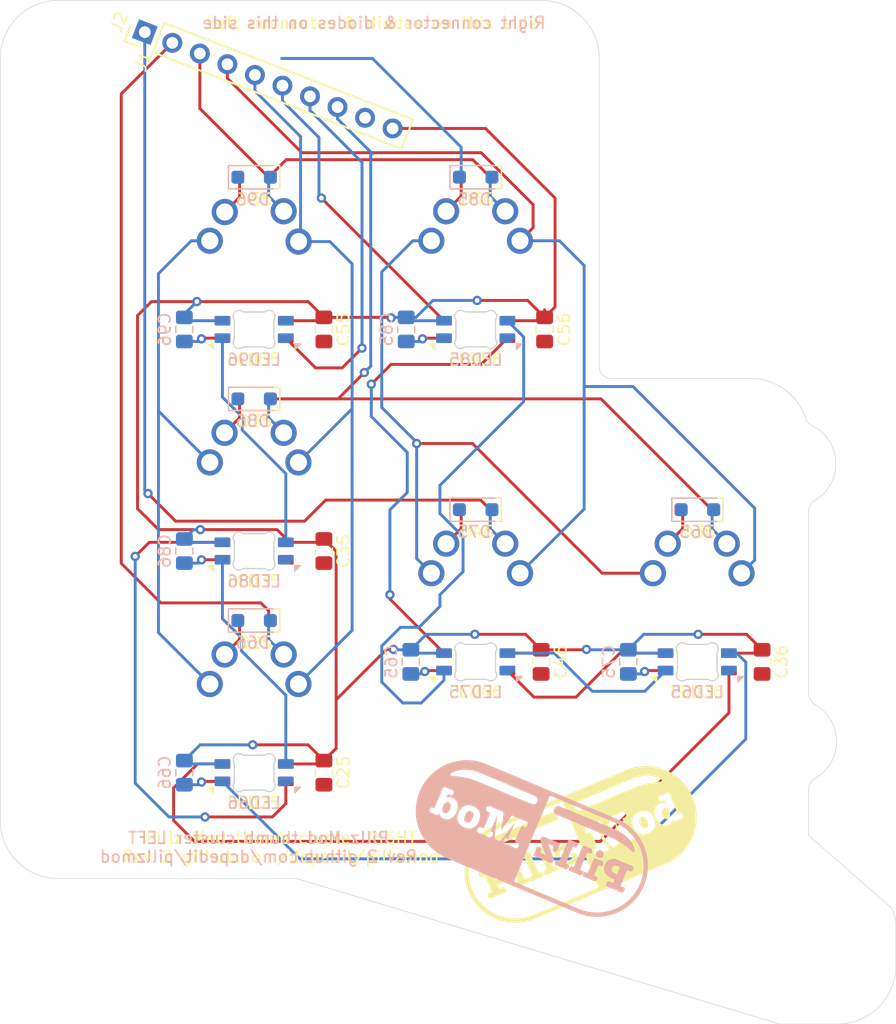
<source format=kicad_pcb>
(kicad_pcb (version 20241229) (generator "pcbnew") (generator_version "9.0")
  (layers (0 "F.Cu" signal) (2 "B.Cu" signal) (13 "F.Paste" user) (15 "B.Paste" user) (5 "F.SilkS" user "F.Silkscreen") (7 "B.SilkS" user "B.Silkscreen") (1 "F.Mask" user) (3 "B.Mask" user) (25 "Edge.Cuts" user))
  (net 0 "")
  (net 1 "Net-(D25-A)")
  (net 2 "/ROW_5")
  (net 3 "Net-(D35-A)")
  (net 4 "/ROW_4")
  (net 5 "Net-(D36-A)")
  (net 6 "Net-(D46-A)")
  (net 7 "Net-(D55-A)")
  (net 8 "Net-(D56-A)")
  (net 9 "/ROW_2")
  (net 10 "Net-(D65-A)")
  (net 11 "/ROW_9")
  (net 12 "Net-(D66-A)")
  (net 13 "Net-(D75-A)")
  (net 14 "Net-(D85-A)")
  (net 15 "Net-(D86-A)")
  (net 16 "Net-(D96-A)")
  (net 17 "/COL_R5")
  (net 18 "/COL_L5")
  (net 19 "/COL_L6")
  (net 20 "/COL_R6")
  (net 21 "/ROW_3")
  (net 22 "/ROW_8")
  (net 23 "/ROW_6")
  (net 24 "/ROW_7")
  (net 25 "/VDD")
  (net 26 "GND")
  (net 27 "/DOUT_L")
  (net 28 "/DIN_L")
  (net 29 "Net-(LED25-DOUT)")
  (net 30 "Net-(LED25-DIN)")
  (net 31 "Net-(LED35-DOUT)")
  (net 32 "Net-(LED36-DIN)")
  (net 33 "Net-(LED46-DIN)")
  (net 34 "Net-(LED65-DIN)")
  (net 35 "Net-(LED65-DOUT)")
  (net 36 "Net-(LED66-DIN)")
  (net 37 "Net-(LED75-DOUT)")
  (net 38 "/DOUT_R")
  (net 39 "Net-(LED86-DIN)")
  (net 40 "/DIN_R")
  (footprint "MX_Alps_Hybrid:MXOnly-1U-NoLED" (layer "F.Cu") (at 206.375 49.2125)
    (property "Reference" "MX85")
    (property "Value" "MX-NoLED")
  )
  (footprint "MX_Alps_Hybrid:MXOnly-1U-NoLED" (layer "F.Cu") (at 187.325 49.2125)
    (property "Reference" "MX96")
    (property "Value" "MX-NoLED")
  )
  (footprint "MX_Alps_Hybrid:MXOnly-1U-NoLED" (layer "F.Cu") (at 187.325 68.2625)
    (property "Reference" "MX86")
    (property "Value" "MX-NoLED")
  )
  (footprint "MX_Alps_Hybrid:MXOnly-1U-NoLED" (layer "F.Cu") (at 187.325 87.3125)
    (property "Reference" "MX66")
    (property "Value" "MX-NoLED")
  )
  (footprint "PCM_marbastlib-mx:LED_MX_6028R" (layer "F.Cu") (at 206.375 82.8675)
    (property "Reference" "LED46")
    (property "Value" "MX_SK6812MINI-E" (hide yes))
    (fp_line (start -1.699999 -0.702843) (end -1.699999 0.702841) (stroke (width 0.1)) (layer "Edge.Cuts"))
    (fp_line (start -0.794452 1.499999) (end 0.794452 1.499999) (stroke (width 0.1)) (layer "Edge.Cuts"))
    (fp_line (start 0.794452 -1.5) (end -0.794453 -1.5) (stroke (width 0.1)) (layer "Edge.Cuts"))
    (fp_line (start 1.699999 0.702841) (end 1.699999 -0.702843) (stroke (width 0.1)) (layer "Edge.Cuts"))
    (fp_arc (start -1.749484 -0.919721) (mid -1.712527 -0.814069) (end -1.699999 -0.702844) (stroke (width 0.1)) (layer "Edge.Cuts"))
    (fp_arc (start -1.749484 -0.919721) (mid -1.638071 -1.504035) (end -1.046711 -1.568299) (stroke (width 0.1)) (layer "Edge.Cuts"))
    (fp_arc (start -1.699999 0.702841) (mid -1.712527 0.814067) (end -1.749484 0.919719) (stroke (width 0.1)) (layer "Edge.Cuts"))
    (fp_arc (start -1.046711 1.568298) (mid -1.638072 1.504034) (end -1.749484 0.919718) (stroke (width 0.1)) (layer "Edge.Cuts"))
    (fp_arc (start -1.046711 1.568298) (mid -0.925123 1.517376) (end -0.794452 1.499999) (stroke (width 0.1)) (layer "Edge.Cuts"))
    (fp_arc (start -0.794453 -1.5) (mid -0.925123 -1.517377) (end -1.046711 -1.568299) (stroke (width 0.1)) (layer "Edge.Cuts"))
    (fp_arc (start 0.794452 1.499999) (mid 0.925122 1.517376) (end 1.04671 1.568298) (stroke (width 0.1)) (layer "Edge.Cuts"))
    (fp_arc (start 1.046711 -1.5683) (mid 0.925123 -1.517378) (end 0.794453 -1.500001) (stroke (width 0.1)) (layer "Edge.Cuts"))
    (fp_arc (start 1.046711 -1.5683) (mid 1.638071 -1.504036) (end 1.749484 -0.919721) (stroke (width 0.1)) (layer "Edge.Cuts"))
    (fp_arc (start 1.699999 -0.702843) (mid 1.712527 -0.814069) (end 1.749484 -0.919721) (stroke (width 0.1)) (layer "Edge.Cuts"))
    (fp_arc (start 1.749484 0.919719) (mid 1.63807 1.504033) (end 1.046711 1.568296) (stroke (width 0.1)) (layer "Edge.Cuts"))
    (fp_arc (start 1.749484 0.919719) (mid 1.712527 0.814067) (end 1.699999 0.702842) (stroke (width 0.1)) (layer "Edge.Cuts"))
  )
  (footprint "Capacitor_SMD:C_0805_2012Metric_Pad1.18x1.45mm_HandSolder" (layer "F.Cu") (at 231 82.8675 -90)
    (property "Reference" "C36")
    (property "Value" "C_Small")
  )
  (footprint "Diode_SMD:D_SOD-123F" (layer "F.Cu") (at 187.325 60.2625 180)
    (property "Reference" "D35")
    (property "Value" "D")
  )
  (footprint "MX_Only:MXOnly-2U-ReversedVerticalStabilizers-NoLED" (layer "F.Cu") (at 206.375 77.7875)
    (property "Reference" "MX75")
    (property "Value" "MX-NoLED" (hide yes))
  )
  (footprint "Diode_SMD:D_SOD-123F" (layer "F.Cu") (at 206.375 69.7875 180)
    (property "Reference" "D46")
    (property "Value" "D")
  )
  (footprint "PCM_marbastlib-mx:LED_MX_6028R" (layer "F.Cu") (at 187.325 54.2925)
    (property "Reference" "LED55")
    (property "Value" "MX_SK6812MINI-E" (hide yes))
    (fp_line (start -1.699999 -0.702843) (end -1.699999 0.702841) (stroke (width 0.1)) (layer "Edge.Cuts"))
    (fp_line (start -0.794452 1.499999) (end 0.794452 1.499999) (stroke (width 0.1)) (layer "Edge.Cuts"))
    (fp_line (start 0.794452 -1.5) (end -0.794453 -1.5) (stroke (width 0.1)) (layer "Edge.Cuts"))
    (fp_line (start 1.699999 0.702841) (end 1.699999 -0.702843) (stroke (width 0.1)) (layer "Edge.Cuts"))
    (fp_arc (start -1.749484 -0.919721) (mid -1.712527 -0.814069) (end -1.699999 -0.702844) (stroke (width 0.1)) (layer "Edge.Cuts"))
    (fp_arc (start -1.749484 -0.919721) (mid -1.638071 -1.504035) (end -1.046711 -1.568299) (stroke (width 0.1)) (layer "Edge.Cuts"))
    (fp_arc (start -1.699999 0.702841) (mid -1.712527 0.814067) (end -1.749484 0.919719) (stroke (width 0.1)) (layer "Edge.Cuts"))
    (fp_arc (start -1.046711 1.568298) (mid -1.638072 1.504034) (end -1.749484 0.919718) (stroke (width 0.1)) (layer "Edge.Cuts"))
    (fp_arc (start -1.046711 1.568298) (mid -0.925123 1.517376) (end -0.794452 1.499999) (stroke (width 0.1)) (layer "Edge.Cuts"))
    (fp_arc (start -0.794453 -1.5) (mid -0.925123 -1.517377) (end -1.046711 -1.568299) (stroke (width 0.1)) (layer "Edge.Cuts"))
    (fp_arc (start 0.794452 1.499999) (mid 0.925122 1.517376) (end 1.04671 1.568298) (stroke (width 0.1)) (layer "Edge.Cuts"))
    (fp_arc (start 1.046711 -1.5683) (mid 0.925123 -1.517378) (end 0.794453 -1.500001) (stroke (width 0.1)) (layer "Edge.Cuts"))
    (fp_arc (start 1.046711 -1.5683) (mid 1.638071 -1.504036) (end 1.749484 -0.919721) (stroke (width 0.1)) (layer "Edge.Cuts"))
    (fp_arc (start 1.699999 -0.702843) (mid 1.712527 -0.814069) (end 1.749484 -0.919721) (stroke (width 0.1)) (layer "Edge.Cuts"))
    (fp_arc (start 1.749484 0.919719) (mid 1.63807 1.504033) (end 1.046711 1.568296) (stroke (width 0.1)) (layer "Edge.Cuts"))
    (fp_arc (start 1.749484 0.919719) (mid 1.712527 0.814067) (end 1.699999 0.702842) (stroke (width 0.1)) (layer "Edge.Cuts"))
  )
  (footprint "Diode_SMD:D_SOD-123F" (layer "F.Cu") (at 187.325 41.2125 180)
    (property "Reference" "D55")
    (property "Value" "D")
  )
  (footprint "Diode_SMD:D_SOD-123F" (layer "F.Cu") (at 187.325 79.3125 180)
    (property "Reference" "D25")
    (property "Value" "D")
  )
  (footprint "MX_Only:MXOnly-2U-VerticalStabilizers-NoLED" (layer "F.Cu") (at 225.425 77.7875)
    (property "Reference" "MX65")
    (property "Value" "MX-NoLED" (hide yes))
  )
  (footprint "Capacitor_SMD:C_0805_2012Metric_Pad1.18x1.45mm_HandSolder" (layer "F.Cu") (at 193.325 54.2925 -90)
    (property "Reference" "C55")
    (property "Value" "C_Small")
  )
  (footprint "PCM_marbastlib-mx:LED_MX_6028R" (layer "F.Cu") (at 187.325 92.3925)
    (property "Reference" "LED25")
    (property "Value" "MX_SK6812MINI-E" (hide yes))
    (fp_line (start -1.699999 -0.702843) (end -1.699999 0.702841) (stroke (width 0.1)) (layer "Edge.Cuts"))
    (fp_line (start -0.794452 1.499999) (end 0.794452 1.499999) (stroke (width 0.1)) (layer "Edge.Cuts"))
    (fp_line (start 0.794452 -1.5) (end -0.794453 -1.5) (stroke (width 0.1)) (layer "Edge.Cuts"))
    (fp_line (start 1.699999 0.702841) (end 1.699999 -0.702843) (stroke (width 0.1)) (layer "Edge.Cuts"))
    (fp_arc (start -1.749484 -0.919721) (mid -1.712527 -0.814069) (end -1.699999 -0.702844) (stroke (width 0.1)) (layer "Edge.Cuts"))
    (fp_arc (start -1.749484 -0.919721) (mid -1.638071 -1.504035) (end -1.046711 -1.568299) (stroke (width 0.1)) (layer "Edge.Cuts"))
    (fp_arc (start -1.699999 0.702841) (mid -1.712527 0.814067) (end -1.749484 0.919719) (stroke (width 0.1)) (layer "Edge.Cuts"))
    (fp_arc (start -1.046711 1.568298) (mid -1.638072 1.504034) (end -1.749484 0.919718) (stroke (width 0.1)) (layer "Edge.Cuts"))
    (fp_arc (start -1.046711 1.568298) (mid -0.925123 1.517376) (end -0.794452 1.499999) (stroke (width 0.1)) (layer "Edge.Cuts"))
    (fp_arc (start -0.794453 -1.5) (mid -0.925123 -1.517377) (end -1.046711 -1.568299) (stroke (width 0.1)) (layer "Edge.Cuts"))
    (fp_arc (start 0.794452 1.499999) (mid 0.925122 1.517376) (end 1.04671 1.568298) (stroke (width 0.1)) (layer "Edge.Cuts"))
    (fp_arc (start 1.046711 -1.5683) (mid 0.925123 -1.517378) (end 0.794453 -1.500001) (stroke (width 0.1)) (layer "Edge.Cuts"))
    (fp_arc (start 1.046711 -1.5683) (mid 1.638071 -1.504036) (end 1.749484 -0.919721) (stroke (width 0.1)) (layer "Edge.Cuts"))
    (fp_arc (start 1.699999 -0.702843) (mid 1.712527 -0.814069) (end 1.749484 -0.919721) (stroke (width 0.1)) (layer "Edge.Cuts"))
    (fp_arc (start 1.749484 0.919719) (mid 1.63807 1.504033) (end 1.046711 1.568296) (stroke (width 0.1)) (layer "Edge.Cuts"))
    (fp_arc (start 1.749484 0.919719) (mid 1.712527 0.814067) (end 1.699999 0.702842) (stroke (width 0.1)) (layer "Edge.Cuts"))
  )
  (footprint "PCM_marbastlib-mx:LED_MX_6028R" (layer "F.Cu") (at 187.325 73.3425)
    (property "Reference" "LED35")
    (property "Value" "MX_SK6812MINI-E" (hide yes))
    (fp_line (start -1.699999 -0.702843) (end -1.699999 0.702841) (stroke (width 0.1)) (layer "Edge.Cuts"))
    (fp_line (start -0.794452 1.499999) (end 0.794452 1.499999) (stroke (width 0.1)) (layer "Edge.Cuts"))
    (fp_line (start 0.794452 -1.5) (end -0.794453 -1.5) (stroke (width 0.1)) (layer "Edge.Cuts"))
    (fp_line (start 1.699999 0.702841) (end 1.699999 -0.702843) (stroke (width 0.1)) (layer "Edge.Cuts"))
    (fp_arc (start -1.749484 -0.919721) (mid -1.712527 -0.814069) (end -1.699999 -0.702844) (stroke (width 0.1)) (layer "Edge.Cuts"))
    (fp_arc (start -1.749484 -0.919721) (mid -1.638071 -1.504035) (end -1.046711 -1.568299) (stroke (width 0.1)) (layer "Edge.Cuts"))
    (fp_arc (start -1.699999 0.702841) (mid -1.712527 0.814067) (end -1.749484 0.919719) (stroke (width 0.1)) (layer "Edge.Cuts"))
    (fp_arc (start -1.046711 1.568298) (mid -1.638072 1.504034) (end -1.749484 0.919718) (stroke (width 0.1)) (layer "Edge.Cuts"))
    (fp_arc (start -1.046711 1.568298) (mid -0.925123 1.517376) (end -0.794452 1.499999) (stroke (width 0.1)) (layer "Edge.Cuts"))
    (fp_arc (start -0.794453 -1.5) (mid -0.925123 -1.517377) (end -1.046711 -1.568299) (stroke (width 0.1)) (layer "Edge.Cuts"))
    (fp_arc (start 0.794452 1.499999) (mid 0.925122 1.517376) (end 1.04671 1.568298) (stroke (width 0.1)) (layer "Edge.Cuts"))
    (fp_arc (start 1.046711 -1.5683) (mid 0.925123 -1.517378) (end 0.794453 -1.500001) (stroke (width 0.1)) (layer "Edge.Cuts"))
    (fp_arc (start 1.046711 -1.5683) (mid 1.638071 -1.504036) (end 1.749484 -0.919721) (stroke (width 0.1)) (layer "Edge.Cuts"))
    (fp_arc (start 1.699999 -0.702843) (mid 1.712527 -0.814069) (end 1.749484 -0.919721) (stroke (width 0.1)) (layer "Edge.Cuts"))
    (fp_arc (start 1.749484 0.919719) (mid 1.63807 1.504033) (end 1.046711 1.568296) (stroke (width 0.1)) (layer "Edge.Cuts"))
    (fp_arc (start 1.749484 0.919719) (mid 1.712527 0.814067) (end 1.699999 0.702842) (stroke (width 0.1)) (layer "Edge.Cuts"))
  )
  (footprint "pillz:logo_sm" (layer "F.Cu") (at 215.392 98.552)
    (property "Reference" "G***" (hide yes))
    (property "Value" "LOGO" (hide yes))
  )
  (footprint "Capacitor_SMD:C_0805_2012Metric_Pad1.18x1.45mm_HandSolder" (layer "F.Cu") (at 212.3 54.2925 -90)
    (property "Reference" "C56")
    (property "Value" "C_Small")
  )
  (footprint "Capacitor_SMD:C_0805_2012Metric_Pad1.18x1.45mm_HandSolder" (layer "F.Cu") (at 193.325 92.3925 -90)
    (property "Reference" "C25")
    (property "Value" "C_Small")
  )
  (footprint "Capacitor_SMD:C_0805_2012Metric_Pad1.18x1.45mm_HandSolder" (layer "F.Cu") (at 212 82.8675 -90)
    (property "Reference" "C46")
    (property "Value" "C_Small")
  )
  (footprint "PCM_marbastlib-mx:LED_MX_6028R" (layer "F.Cu") (at 206.375 54.2925)
    (property "Reference" "LED56")
    (property "Value" "MX_SK6812MINI-E" (hide yes))
    (fp_line (start -1.699999 -0.702843) (end -1.699999 0.702841) (stroke (width 0.1)) (layer "Edge.Cuts"))
    (fp_line (start -0.794452 1.499999) (end 0.794452 1.499999) (stroke (width 0.1)) (layer "Edge.Cuts"))
    (fp_line (start 0.794452 -1.5) (end -0.794453 -1.5) (stroke (width 0.1)) (layer "Edge.Cuts"))
    (fp_line (start 1.699999 0.702841) (end 1.699999 -0.702843) (stroke (width 0.1)) (layer "Edge.Cuts"))
    (fp_arc (start -1.749484 -0.919721) (mid -1.712527 -0.814069) (end -1.699999 -0.702844) (stroke (width 0.1)) (layer "Edge.Cuts"))
    (fp_arc (start -1.749484 -0.919721) (mid -1.638071 -1.504035) (end -1.046711 -1.568299) (stroke (width 0.1)) (layer "Edge.Cuts"))
    (fp_arc (start -1.699999 0.702841) (mid -1.712527 0.814067) (end -1.749484 0.919719) (stroke (width 0.1)) (layer "Edge.Cuts"))
    (fp_arc (start -1.046711 1.568298) (mid -1.638072 1.504034) (end -1.749484 0.919718) (stroke (width 0.1)) (layer "Edge.Cuts"))
    (fp_arc (start -1.046711 1.568298) (mid -0.925123 1.517376) (end -0.794452 1.499999) (stroke (width 0.1)) (layer "Edge.Cuts"))
    (fp_arc (start -0.794453 -1.5) (mid -0.925123 -1.517377) (end -1.046711 -1.568299) (stroke (width 0.1)) (layer "Edge.Cuts"))
    (fp_arc (start 0.794452 1.499999) (mid 0.925122 1.517376) (end 1.04671 1.568298) (stroke (width 0.1)) (layer "Edge.Cuts"))
    (fp_arc (start 1.046711 -1.5683) (mid 0.925123 -1.517378) (end 0.794453 -1.500001) (stroke (width 0.1)) (layer "Edge.Cuts"))
    (fp_arc (start 1.046711 -1.5683) (mid 1.638071 -1.504036) (end 1.749484 -0.919721) (stroke (width 0.1)) (layer "Edge.Cuts"))
    (fp_arc (start 1.699999 -0.702843) (mid 1.712527 -0.814069) (end 1.749484 -0.919721) (stroke (width 0.1)) (layer "Edge.Cuts"))
    (fp_arc (start 1.749484 0.919719) (mid 1.63807 1.504033) (end 1.046711 1.568296) (stroke (width 0.1)) (layer "Edge.Cuts"))
    (fp_arc (start 1.749484 0.919719) (mid 1.712527 0.814067) (end 1.699999 0.702842) (stroke (width 0.1)) (layer "Edge.Cuts"))
  )
  (footprint "Capacitor_SMD:C_0805_2012Metric_Pad1.18x1.45mm_HandSolder" (layer "F.Cu") (at 193.325 73.3425 -90)
    (property "Reference" "C35")
    (property "Value" "C_Small")
  )
  (footprint "Diode_SMD:D_SOD-123F" (layer "F.Cu") (at 225.425 69.7875 180)
    (property "Reference" "D36")
    (property "Value" "D")
  )
  (footprint "PCM_marbastlib-mx:LED_MX_6028R" (layer "F.Cu") (at 225.425 82.8675)
    (property "Reference" "LED36")
    (property "Value" "MX_SK6812MINI-E" (hide yes))
    (fp_line (start -1.699999 -0.702843) (end -1.699999 0.702841) (stroke (width 0.1)) (layer "Edge.Cuts"))
    (fp_line (start -0.794452 1.499999) (end 0.794452 1.499999) (stroke (width 0.1)) (layer "Edge.Cuts"))
    (fp_line (start 0.794452 -1.5) (end -0.794453 -1.5) (stroke (width 0.1)) (layer "Edge.Cuts"))
    (fp_line (start 1.699999 0.702841) (end 1.699999 -0.702843) (stroke (width 0.1)) (layer "Edge.Cuts"))
    (fp_arc (start -1.749484 -0.919721) (mid -1.712527 -0.814069) (end -1.699999 -0.702844) (stroke (width 0.1)) (layer "Edge.Cuts"))
    (fp_arc (start -1.749484 -0.919721) (mid -1.638071 -1.504035) (end -1.046711 -1.568299) (stroke (width 0.1)) (layer "Edge.Cuts"))
    (fp_arc (start -1.699999 0.702841) (mid -1.712527 0.814067) (end -1.749484 0.919719) (stroke (width 0.1)) (layer "Edge.Cuts"))
    (fp_arc (start -1.046711 1.568298) (mid -1.638072 1.504034) (end -1.749484 0.919718) (stroke (width 0.1)) (layer "Edge.Cuts"))
    (fp_arc (start -1.046711 1.568298) (mid -0.925123 1.517376) (end -0.794452 1.499999) (stroke (width 0.1)) (layer "Edge.Cuts"))
    (fp_arc (start -0.794453 -1.5) (mid -0.925123 -1.517377) (end -1.046711 -1.568299) (stroke (width 0.1)) (layer "Edge.Cuts"))
    (fp_arc (start 0.794452 1.499999) (mid 0.925122 1.517376) (end 1.04671 1.568298) (stroke (width 0.1)) (layer "Edge.Cuts"))
    (fp_arc (start 1.046711 -1.5683) (mid 0.925123 -1.517378) (end 0.794453 -1.500001) (stroke (width 0.1)) (layer "Edge.Cuts"))
    (fp_arc (start 1.046711 -1.5683) (mid 1.638071 -1.504036) (end 1.749484 -0.919721) (stroke (width 0.1)) (layer "Edge.Cuts"))
    (fp_arc (start 1.699999 -0.702843) (mid 1.712527 -0.814069) (end 1.749484 -0.919721) (stroke (width 0.1)) (layer "Edge.Cuts"))
    (fp_arc (start 1.749484 0.919719) (mid 1.63807 1.504033) (end 1.046711 1.568296) (stroke (width 0.1)) (layer "Edge.Cuts"))
    (fp_arc (start 1.749484 0.919719) (mid 1.712527 0.814067) (end 1.699999 0.702842) (stroke (width 0.1)) (layer "Edge.Cuts"))
  )
  (footprint "Pin_Headers:Pin_Header_Straight_1x10_Pitch2.54mm" (layer "F.Cu") (at 177.922804 28.738462 68.769)
    (property "Reference" "J1")
    (property "Value" "Conn_01x10" (hide yes))
  )
  (footprint "Diode_SMD:D_SOD-123F" (layer "F.Cu") (at 206.375 41.2 180)
    (property "Reference" "D56")
    (property "Value" "D")
  )
  (footprint "Connector_PinHeader_2.54mm:PinHeader_1x10_P2.54mm_Vertical" (layer "F.Cu") (at 177.922804 28.738462 68.769)
    (property "Reference" "J2")
    (property "Value" "Conn_01x10")
  )
  (footprint "MountingHole:MountingHole_3.7mm" (layer "B.Cu") (at 170.45 96 180)
    (property "Reference" "REF5" (hide yes))
    (property "Value" "MountingHole_3.7mm" (hide yes))
  )
  (footprint "MountingHole:MountingHole_3.7mm" (layer "B.Cu") (at 170.45 44.4 180)
    (property "Reference" "REF1" (hide yes))
    (property "Value" "MountingHole_3.7mm" (hide yes))
  )
  (footprint "MountingHole:MountingHole_3.7mm" (layer "B.Cu") (at 225.806 104.14 180)
    (property "Reference" "REF3" (hide yes))
    (property "Value" "MountingHole_3.7mm" (hide yes))
  )
  (footprint "MountingHole:MountingHole_3.7mm" (layer "B.Cu") (at 170.5 88 180)
    (property "Reference" "REF6" (hide yes))
    (property "Value" "MountingHole_3.7mm" (hide yes))
  )
  (footprint "MountingHole:MountingHole_3.7mm" (layer "B.Cu") (at 210.566 32.004 180)
    (property "Reference" "REF2" (hide yes))
    (property "Value" "MountingHole_3.7mm")
  )
  (footprint "MountingHole:MountingHole_3.7mm" (layer "B.Cu") (at 236.982 107.95 180)
    (property "Reference" "REF4" (hide yes))
    (property "Value" "MountingHole_3.7mm" (hide yes))
  )
  (footprint "pillz:MXOnly-1U-NoLED-twin" (layer "B.Cu") (at 187.325 68.2625 180)
    (property "Reference" "MX35")
    (property "Value" "MX-NoLED")
  )
  (footprint "PCM_marbastlib-mx:LED_MX_6028R" (layer "B.Cu") (at 206.375 54.2925 180)
    (property "Reference" "LED85")
    (property "Value" "MX_SK6812MINI-E" (hide yes))
    (fp_line (start 1.699999 -0.702841) (end 1.699999 0.702843) (stroke (width 0.1)) (layer "Edge.Cuts"))
    (fp_line (start 0.794452 1.5) (end -0.794453 1.5) (stroke (width 0.1)) (layer "Edge.Cuts"))
    (fp_line (start -0.794452 -1.499999) (end 0.794452 -1.499999) (stroke (width 0.1)) (layer "Edge.Cuts"))
    (fp_line (start -1.699999 0.702843) (end -1.699999 -0.702841) (stroke (width 0.1)) (layer "Edge.Cuts"))
    (fp_arc (start 1.749484 0.919721) (mid 1.712526 0.814069) (end 1.699999 0.702843) (stroke (width 0.1)) (layer "Edge.Cuts"))
    (fp_arc (start 1.749484 0.919721) (mid 1.638072 1.504036) (end 1.046711 1.5683) (stroke (width 0.1)) (layer "Edge.Cuts"))
    (fp_arc (start 1.699999 -0.702842) (mid 1.712536 -0.814064) (end 1.749484 -0.919719) (stroke (width 0.1)) (layer "Edge.Cuts"))
    (fp_arc (start 1.046711 -1.568296) (mid 1.63807 -1.504033) (end 1.749484 -0.919719) (stroke (width 0.1)) (layer "Edge.Cuts"))
    (fp_arc (start 1.04671 -1.568298) (mid 0.925122 -1.517376) (end 0.794452 -1.499999) (stroke (width 0.1)) (layer "Edge.Cuts"))
    (fp_arc (start 0.794453 1.500001) (mid 0.925123 1.517378) (end 1.046711 1.5683) (stroke (width 0.1)) (layer "Edge.Cuts"))
    (fp_arc (start -0.794452 -1.499999) (mid -0.925123 -1.517376) (end -1.046711 -1.568298) (stroke (width 0.1)) (layer "Edge.Cuts"))
    (fp_arc (start -1.046711 1.568299) (mid -0.925123 1.517377) (end -0.794453 1.5) (stroke (width 0.1)) (layer "Edge.Cuts"))
    (fp_arc (start -1.046711 1.568299) (mid -1.63807 1.504035) (end -1.749484 0.919721) (stroke (width 0.1)) (layer "Edge.Cuts"))
    (fp_arc (start -1.699999 0.702844) (mid -1.712527 0.814069) (end -1.749484 0.919721) (stroke (width 0.1)) (layer "Edge.Cuts"))
    (fp_arc (start -1.749484 -0.919718) (mid -1.638072 -1.504034) (end -1.046711 -1.568298) (stroke (width 0.1)) (layer "Edge.Cuts"))
    (fp_arc (start -1.749484 -0.919719) (mid -1.712527 -0.814067) (end -1.699999 -0.702841) (stroke (width 0.1)) (layer "Edge.Cuts"))
  )
  (footprint "Capacitor_SMD:C_0805_2012Metric_Pad1.18x1.45mm_HandSolder" (layer "B.Cu") (at 200.8 82.8675 -90)
    (property "Reference" "C65")
    (property "Value" "C_Small")
  )
  (footprint "pillz:MXOnly-2U-VerticalStabilizers-NoLED-twin" (layer "B.Cu") (at 225.425 77.7875 180)
    (property "Reference" "MX36")
    (property "Value" "MX-NoLED" (hide yes))
  )
  (footprint "PCM_marbastlib-mx:LED_MX_6028R" (layer "B.Cu") (at 225.425 82.8675 180)
    (property "Reference" "LED65")
    (property "Value" "MX_SK6812MINI-E" (hide yes))
    (fp_line (start 1.699999 -0.702841) (end 1.699999 0.702843) (stroke (width 0.1)) (layer "Edge.Cuts"))
    (fp_line (start 0.794452 1.5) (end -0.794453 1.5) (stroke (width 0.1)) (layer "Edge.Cuts"))
    (fp_line (start -0.794452 -1.499999) (end 0.794452 -1.499999) (stroke (width 0.1)) (layer "Edge.Cuts"))
    (fp_line (start -1.699999 0.702843) (end -1.699999 -0.702841) (stroke (width 0.1)) (layer "Edge.Cuts"))
    (fp_arc (start 1.749484 0.919721) (mid 1.712526 0.814069) (end 1.699999 0.702843) (stroke (width 0.1)) (layer "Edge.Cuts"))
    (fp_arc (start 1.749484 0.919721) (mid 1.638072 1.504036) (end 1.046711 1.5683) (stroke (width 0.1)) (layer "Edge.Cuts"))
    (fp_arc (start 1.699999 -0.702842) (mid 1.712536 -0.814064) (end 1.749484 -0.919719) (stroke (width 0.1)) (layer "Edge.Cuts"))
    (fp_arc (start 1.046711 -1.568296) (mid 1.63807 -1.504033) (end 1.749484 -0.919719) (stroke (width 0.1)) (layer "Edge.Cuts"))
    (fp_arc (start 1.04671 -1.568298) (mid 0.925122 -1.517376) (end 0.794452 -1.499999) (stroke (width 0.1)) (layer "Edge.Cuts"))
    (fp_arc (start 0.794453 1.500001) (mid 0.925123 1.517378) (end 1.046711 1.5683) (stroke (width 0.1)) (layer "Edge.Cuts"))
    (fp_arc (start -0.794452 -1.499999) (mid -0.925123 -1.517376) (end -1.046711 -1.568298) (stroke (width 0.1)) (layer "Edge.Cuts"))
    (fp_arc (start -1.046711 1.568299) (mid -0.925123 1.517377) (end -0.794453 1.5) (stroke (width 0.1)) (layer "Edge.Cuts"))
    (fp_arc (start -1.046711 1.568299) (mid -1.63807 1.504035) (end -1.749484 0.919721) (stroke (width 0.1)) (layer "Edge.Cuts"))
    (fp_arc (start -1.699999 0.702844) (mid -1.712527 0.814069) (end -1.749484 0.919721) (stroke (width 0.1)) (layer "Edge.Cuts"))
    (fp_arc (start -1.749484 -0.919718) (mid -1.638072 -1.504034) (end -1.046711 -1.568298) (stroke (width 0.1)) (layer "Edge.Cuts"))
    (fp_arc (start -1.749484 -0.919719) (mid -1.712527 -0.814067) (end -1.699999 -0.702841) (stroke (width 0.1)) (layer "Edge.Cuts"))
  )
  (footprint "PCM_marbastlib-mx:LED_MX_6028R" (layer "B.Cu") (at 206.375 82.8675 180)
    (property "Reference" "LED75")
    (property "Value" "MX_SK6812MINI-E" (hide yes))
    (fp_line (start 1.699999 -0.702841) (end 1.699999 0.702843) (stroke (width 0.1)) (layer "Edge.Cuts"))
    (fp_line (start 0.794452 1.5) (end -0.794453 1.5) (stroke (width 0.1)) (layer "Edge.Cuts"))
    (fp_line (start -0.794452 -1.499999) (end 0.794452 -1.499999) (stroke (width 0.1)) (layer "Edge.Cuts"))
    (fp_line (start -1.699999 0.702843) (end -1.699999 -0.702841) (stroke (width 0.1)) (layer "Edge.Cuts"))
    (fp_arc (start 1.749484 0.919721) (mid 1.712526 0.814069) (end 1.699999 0.702843) (stroke (width 0.1)) (layer "Edge.Cuts"))
    (fp_arc (start 1.749484 0.919721) (mid 1.638072 1.504036) (end 1.046711 1.5683) (stroke (width 0.1)) (layer "Edge.Cuts"))
    (fp_arc (start 1.699999 -0.702842) (mid 1.712536 -0.814064) (end 1.749484 -0.919719) (stroke (width 0.1)) (layer "Edge.Cuts"))
    (fp_arc (start 1.046711 -1.568296) (mid 1.63807 -1.504033) (end 1.749484 -0.919719) (stroke (width 0.1)) (layer "Edge.Cuts"))
    (fp_arc (start 1.04671 -1.568298) (mid 0.925122 -1.517376) (end 0.794452 -1.499999) (stroke (width 0.1)) (layer "Edge.Cuts"))
    (fp_arc (start 0.794453 1.500001) (mid 0.925123 1.517378) (end 1.046711 1.5683) (stroke (width 0.1)) (layer "Edge.Cuts"))
    (fp_arc (start -0.794452 -1.499999) (mid -0.925123 -1.517376) (end -1.046711 -1.568298) (stroke (width 0.1)) (layer "Edge.Cuts"))
    (fp_arc (start -1.046711 1.568299) (mid -0.925123 1.517377) (end -0.794453 1.5) (stroke (width 0.1)) (layer "Edge.Cuts"))
    (fp_arc (start -1.046711 1.568299) (mid -1.63807 1.504035) (end -1.749484 0.919721) (stroke (width 0.1)) (layer "Edge.Cuts"))
    (fp_arc (start -1.699999 0.702844) (mid -1.712527 0.814069) (end -1.749484 0.919721) (stroke (width 0.1)) (layer "Edge.Cuts"))
    (fp_arc (start -1.749484 -0.919718) (mid -1.638072 -1.504034) (end -1.046711 -1.568298) (stroke (width 0.1)) (layer "Edge.Cuts"))
    (fp_arc (start -1.749484 -0.919719) (mid -1.712527 -0.814067) (end -1.699999 -0.702841) (stroke (width 0.1)) (layer "Edge.Cuts"))
  )
  (footprint "pillz:MXOnly-2U-VerticalStabilizers-NoLED-twin" (layer "B.Cu") (at 206.375 77.7875 180)
    (property "Reference" "MX46")
    (property "Value" "MX-NoLED" (hide yes))
  )
  (footprint "Capacitor_SMD:C_0805_2012Metric_Pad1.18x1.45mm_HandSolder" (layer "B.Cu") (at 219.5 82.8675 -90)
    (property "Reference" "C75")
    (property "Value" "C_Small")
  )
  (footprint "Diode_SMD:D_SOD-123F" (layer "B.Cu") (at 225.452 69.7875)
    (property "Reference" "D65")
    (property "Value" "D")
  )
  (footprint "Capacitor_SMD:C_0805_2012Metric_Pad1.18x1.45mm_HandSolder" (layer "B.Cu") (at 200.4 54.2925 -90)
    (property "Reference" "C85")
    (property "Value" "C_Small")
  )
  (footprint "Diode_SMD:D_SOD-123F" (layer "B.Cu") (at 206.375 41.2125)
    (property "Reference" "D85")
    (property "Value" "D")
  )
  (footprint "Diode_SMD:D_SOD-123F" (layer "B.Cu") (at 187.325 79.3125)
    (property "Reference" "D66")
    (property "Value" "D")
  )
  (footprint "Diode_SMD:D_SOD-123F" (layer "B.Cu") (at 187.325 60.2625)
    (property "Reference" "D86")
    (property "Value" "D")
  )
  (footprint "PCM_marbastlib-mx:LED_MX_6028R" (layer "B.Cu") (at 187.325 54.2925 180)
    (property "Reference" "LED96")
    (property "Value" "MX_SK6812MINI-E" (hide yes))
    (fp_line (start 1.699999 -0.702841) (end 1.699999 0.702843) (stroke (width 0.1)) (layer "Edge.Cuts"))
    (fp_line (start 0.794452 1.5) (end -0.794453 1.5) (stroke (width 0.1)) (layer "Edge.Cuts"))
    (fp_line (start -0.794452 -1.499999) (end 0.794452 -1.499999) (stroke (width 0.1)) (layer "Edge.Cuts"))
    (fp_line (start -1.699999 0.702843) (end -1.699999 -0.702841) (stroke (width 0.1)) (layer "Edge.Cuts"))
    (fp_arc (start 1.749484 0.919721) (mid 1.712526 0.814069) (end 1.699999 0.702843) (stroke (width 0.1)) (layer "Edge.Cuts"))
    (fp_arc (start 1.749484 0.919721) (mid 1.638072 1.504036) (end 1.046711 1.5683) (stroke (width 0.1)) (layer "Edge.Cuts"))
    (fp_arc (start 1.699999 -0.702842) (mid 1.712536 -0.814064) (end 1.749484 -0.919719) (stroke (width 0.1)) (layer "Edge.Cuts"))
    (fp_arc (start 1.046711 -1.568296) (mid 1.63807 -1.504033) (end 1.749484 -0.919719) (stroke (width 0.1)) (layer "Edge.Cuts"))
    (fp_arc (start 1.04671 -1.568298) (mid 0.925122 -1.517376) (end 0.794452 -1.499999) (stroke (width 0.1)) (layer "Edge.Cuts"))
    (fp_arc (start 0.794453 1.500001) (mid 0.925123 1.517378) (end 1.046711 1.5683) (stroke (width 0.1)) (layer "Edge.Cuts"))
    (fp_arc (start -0.794452 -1.499999) (mid -0.925123 -1.517376) (end -1.046711 -1.568298) (stroke (width 0.1)) (layer "Edge.Cuts"))
    (fp_arc (start -1.046711 1.568299) (mid -0.925123 1.517377) (end -0.794453 1.5) (stroke (width 0.1)) (layer "Edge.Cuts"))
    (fp_arc (start -1.046711 1.568299) (mid -1.63807 1.504035) (end -1.749484 0.919721) (stroke (width 0.1)) (layer "Edge.Cuts"))
    (fp_arc (start -1.699999 0.702844) (mid -1.712527 0.814069) (end -1.749484 0.919721) (stroke (width 0.1)) (layer "Edge.Cuts"))
    (fp_arc (start -1.749484 -0.919718) (mid -1.638072 -1.504034) (end -1.046711 -1.568298) (stroke (width 0.1)) (layer "Edge.Cuts"))
    (fp_arc (start -1.749484 -0.919719) (mid -1.712527 -0.814067) (end -1.699999 -0.702841) (stroke (width 0.1)) (layer "Edge.Cuts"))
  )
  (footprint "PCM_marbastlib-mx:LED_MX_6028R" (layer "B.Cu") (at 187.325 92.3925 180)
    (property "Reference" "LED66")
    (property "Value" "MX_SK6812MINI-E" (hide yes))
    (fp_line (start 1.699999 -0.702841) (end 1.699999 0.702843) (stroke (width 0.1)) (layer "Edge.Cuts"))
    (fp_line (start 0.794452 1.5) (end -0.794453 1.5) (stroke (width 0.1)) (layer "Edge.Cuts"))
    (fp_line (start -0.794452 -1.499999) (end 0.794452 -1.499999) (stroke (width 0.1)) (layer "Edge.Cuts"))
    (fp_line (start -1.699999 0.702843) (end -1.699999 -0.702841) (stroke (width 0.1)) (layer "Edge.Cuts"))
    (fp_arc (start 1.749484 0.919721) (mid 1.712526 0.814069) (end 1.699999 0.702843) (stroke (width 0.1)) (layer "Edge.Cuts"))
    (fp_arc (start 1.749484 0.919721) (mid 1.638072 1.504036) (end 1.046711 1.5683) (stroke (width 0.1)) (layer "Edge.Cuts"))
    (fp_arc (start 1.699999 -0.702842) (mid 1.712536 -0.814064) (end 1.749484 -0.919719) (stroke (width 0.1)) (layer "Edge.Cuts"))
    (fp_arc (start 1.046711 -1.568296) (mid 1.63807 -1.504033) (end 1.749484 -0.919719) (stroke (width 0.1)) (layer "Edge.Cuts"))
    (fp_arc (start 1.04671 -1.568298) (mid 0.925122 -1.517376) (end 0.794452 -1.499999) (stroke (width 0.1)) (layer "Edge.Cuts"))
    (fp_arc (start 0.794453 1.500001) (mid 0.925123 1.517378) (end 1.046711 1.5683) (stroke (width 0.1)) (layer "Edge.Cuts"))
    (fp_arc (start -0.794452 -1.499999) (mid -0.925123 -1.517376) (end -1.046711 -1.568298) (stroke (width 0.1)) (layer "Edge.Cuts"))
    (fp_arc (start -1.046711 1.568299) (mid -0.925123 1.517377) (end -0.794453 1.5) (stroke (width 0.1)) (layer "Edge.Cuts"))
    (fp_arc (start -1.046711 1.568299) (mid -1.63807 1.504035) (end -1.749484 0.919721) (stroke (width 0.1)) (layer "Edge.Cuts"))
    (fp_arc (start -1.699999 0.702844) (mid -1.712527 0.814069) (end -1.749484 0.919721) (stroke (width 0.1)) (layer "Edge.Cuts"))
    (fp_arc (start -1.749484 -0.919718) (mid -1.638072 -1.504034) (end -1.046711 -1.568298) (stroke (width 0.1)) (layer "Edge.Cuts"))
    (fp_arc (start -1.749484 -0.919719) (mid -1.712527 -0.814067) (end -1.699999 -0.702841) (stroke (width 0.1)) (layer "Edge.Cuts"))
  )
  (footprint "PCM_marbastlib-mx:LED_MX_6028R" (layer "B.Cu") (at 187.325 73.3425 180)
    (property "Reference" "LED86")
    (property "Value" "MX_SK6812MINI-E" (hide yes))
    (fp_line (start 1.699999 -0.702841) (end 1.699999 0.702843) (stroke (width 0.1)) (layer "Edge.Cuts"))
    (fp_line (start 0.794452 1.5) (end -0.794453 1.5) (stroke (width 0.1)) (layer "Edge.Cuts"))
    (fp_line (start -0.794452 -1.499999) (end 0.794452 -1.499999) (stroke (width 0.1)) (layer "Edge.Cuts"))
    (fp_line (start -1.699999 0.702843) (end -1.699999 -0.702841) (stroke (width 0.1)) (layer "Edge.Cuts"))
    (fp_arc (start 1.749484 0.919721) (mid 1.712526 0.814069) (end 1.699999 0.702843) (stroke (width 0.1)) (layer "Edge.Cuts"))
    (fp_arc (start 1.749484 0.919721) (mid 1.638072 1.504036) (end 1.046711 1.5683) (stroke (width 0.1)) (layer "Edge.Cuts"))
    (fp_arc (start 1.699999 -0.702842) (mid 1.712536 -0.814064) (end 1.749484 -0.919719) (stroke (width 0.1)) (layer "Edge.Cuts"))
    (fp_arc (start 1.046711 -1.568296) (mid 1.63807 -1.504033) (end 1.749484 -0.919719) (stroke (width 0.1)) (layer "Edge.Cuts"))
    (fp_arc (start 1.04671 -1.568298) (mid 0.925122 -1.517376) (end 0.794452 -1.499999) (stroke (width 0.1)) (layer "Edge.Cuts"))
    (fp_arc (start 0.794453 1.500001) (mid 0.925123 1.517378) (end 1.046711 1.5683) (stroke (width 0.1)) (layer "Edge.Cuts"))
    (fp_arc (start -0.794452 -1.499999) (mid -0.925123 -1.517376) (end -1.046711 -1.568298) (stroke (width 0.1)) (layer "Edge.Cuts"))
    (fp_arc (start -1.046711 1.568299) (mid -0.925123 1.517377) (end -0.794453 1.5) (stroke (width 0.1)) (layer "Edge.Cuts"))
    (fp_arc (start -1.046711 1.568299) (mid -1.63807 1.504035) (end -1.749484 0.919721) (stroke (width 0.1)) (layer "Edge.Cuts"))
    (fp_arc (start -1.699999 0.702844) (mid -1.712527 0.814069) (end -1.749484 0.919721) (stroke (width 0.1)) (layer "Edge.Cuts"))
    (fp_arc (start -1.749484 -0.919718) (mid -1.638072 -1.504034) (end -1.046711 -1.568298) (stroke (width 0.1)) (layer "Edge.Cuts"))
    (fp_arc (start -1.749484 -0.919719) (mid -1.712527 -0.814067) (end -1.699999 -0.702841) (stroke (width 0.1)) (layer "Edge.Cuts"))
  )
  (footprint "Diode_SMD:D_SOD-123F" (layer "B.Cu") (at 206.375 69.7875)
    (property "Reference" "D75")
    (property "Value" "D")
  )
  (footprint "Capacitor_SMD:C_0805_2012Metric_Pad1.18x1.45mm_HandSolder" (layer "B.Cu") (at 181.325 92.3925 -90)
    (property "Reference" "C66")
    (property "Value" "C_Small")
  )
  (footprint "Diode_SMD:D_SOD-123F" (layer "B.Cu") (at 187.325 41.2125)
    (property "Reference" "D96")
    (property "Value" "D")
  )
  (footprint "pillz:MXOnly-1U-NoLED-twin" (layer "B.Cu") (at 206.375 49.2125 180)
    (property "Reference" "MX56")
    (property "Value" "MX-NoLED")
  )
  (footprint "Capacitor_SMD:C_0805_2012Metric_Pad1.18x1.45mm_HandSolder" (layer "B.Cu") (at 181.325 73.3425 -90)
    (property "Reference" "C86")
    (property "Value" "C_Small")
  )
  (footprint "pillz:MXOnly-1U-NoLED-twin" (layer "B.Cu") (at 187.34 49.28 180)
    (property "Reference" "MX55")
    (property "Value" "MX-NoLED")
  )
  (footprint "pillz:logo_sm" (layer "B.Cu") (at 211.201 98.044 180)
    (property "Reference" "G***" (hide yes))
    (property "Value" "LOGO" (hide yes))
  )
  (footprint "Capacitor_SMD:C_0805_2012Metric_Pad1.18x1.45mm_HandSolder" (layer "B.Cu") (at 181.325 54.2925 -90)
    (property "Reference" "C96")
    (property "Value" "C_Small")
  )
  (footprint "pillz:MXOnly-1U-NoLED-twin" (layer "B.Cu") (at 187.325 87.3125 180)
    (property "Reference" "MX25")
    (property "Value" "MX-NoLED")
  )
  (gr_line (start 191 101.5) (end 232.5 114) (stroke (width 0.05)) (layer "Edge.Cuts"))
  (gr_line (start 235 97.79) (end 242.102333 104.007398) (stroke (width 0.05)) (layer "Edge.Cuts"))
  (gr_line (start 170.5 26) (end 212 26) (stroke (width 0.05)) (layer "Edge.Cuts"))
  (gr_line (start 165.5 31) (end 165.5 96.5) (stroke (width 0.05)) (layer "Edge.Cuts"))
  (gr_arc (start 218 58.5) (mid 217.292893 58.207107) (end 217 57.5) (stroke (width 0.05)) (layer "Edge.Cuts"))
  (gr_line (start 217 31) (end 217 57.5) (stroke (width 0.05)) (layer "Edge.Cuts"))
  (gr_line (start 218 58.5) (end 230 58.5) (stroke (width 0.05)) (layer "Edge.Cuts"))
  (gr_line (start 235 69.970668) (end 235 85.553532) (stroke (width 0.05)) (layer "Edge.Cuts"))
  (gr_arc (start 230 58.5) (mid 232.946659 59.464335) (end 234.757047 61.981325) (stroke (width 0.05)) (layer "Edge.Cuts"))
  (gr_arc (start 165.5 31) (mid 166.964466 27.464466) (end 170.5 26) (stroke (width 0.05)) (layer "Edge.Cuts"))
  (gr_arc (start 170.5 101.5) (mid 166.964466 100.035534) (end 165.5 96.5) (stroke (width 0.05)) (layer "Edge.Cuts"))
  (gr_arc (start 242.5 109) (mid 241.035534 112.535534) (end 237.5 114) (stroke (width 0.05)) (layer "Edge.Cuts"))
  (gr_arc (start 235.4072 62.611) (mid 235.007822 62.372881) (end 234.757047 61.981325) (stroke (width 0.05)) (layer "Edge.Cuts"))
  (gr_arc (start 242.102333 104.007398) (mid 242.398879 104.727666) (end 242.5 105.5) (stroke (width 0.05)) (layer "Edge.Cuts"))
  (gr_arc (start 235.585 86.5632) (mid 235.150112 86.140865) (end 235 85.553532) (stroke (width 0.05)) (layer "Edge.Cuts"))
  (gr_arc (start 235 69.970668) (mid 235.150112 69.383335) (end 235.585 68.961) (stroke (width 0.05)) (layer "Edge.Cuts"))
  (gr_line (start 237.5 114) (end 232.5 114) (stroke (width 0.05)) (layer "Edge.Cuts"))
  (gr_arc (start 235.407243 62.610923) (mid 237.337754 65.734409) (end 235.585 68.961) (stroke (width 0.05)) (layer "Edge.Cuts"))
  (gr_line (start 242.5 109) (end 242.5 105.5) (stroke (width 0.05)) (layer "Edge.Cuts"))
  (gr_line (start 170.5 101.5) (end 191 101.5) (stroke (width 0.05)) (layer "Edge.Cuts"))
  (gr_line (start 235.0008 93.8784) (end 235 97.79) (stroke (width 0.05)) (layer "Edge.Cuts"))
  (gr_arc (start 235.0008 93.8784) (mid 235.150912 93.291067) (end 235.5858 92.868732) (stroke (width 0.05)) (layer "Edge.Cuts"))
  (gr_arc (start 235.58 86.5632) (mid 237.398668 89.714295) (end 235.5858 92.868731) (stroke (width 0.05)) (layer "Edge.Cuts"))
  (gr_arc (start 212 26) (mid 215.535534 27.464466) (end 217 31) (stroke (width 0.05)) (layer "Edge.Cuts"))
  (gr_text "Pillz Mod thumb cluster RIGHT\nRev 2 github.com/dcpedit/pillzmod" (at 189.611 98.806 0) (layer "F.SilkS") (effects (font (size 1 1))))
  (gr_text "Left connector & diodes on this side" (at 197.485 27.94 0) (layer "F.SilkS") (effects (font (size 1 1))))
  (gr_text "Pillz Mod thumb cluster LEFT\nRev 2 github.com/dcpedit/pillzmod" (at 187.706 98.806 0) (layer "B.SilkS") (effects (font (size 1 1)) (justify mirror)))
  (gr_text "Right connector & diodes on this side" (at 197.612 27.94 0) (layer "B.SilkS") (effects (font (size 1 1)) (justify mirror)))
  (segment (start 186.075 80.9425) (end 184.785 82.2325) (width 0.25) (layer "F.Cu") (net 1))
  (segment (start 186.075 79.3125) (end 186.075 80.9425) (width 0.25) (layer "F.Cu") (net 1))
  (segment (start 206.125 39.7) (end 207.625 41.2) (width 0.25) (layer "F.Cu") (net 2))
  (segment (start 188.575 41.2125) (end 190.0875 39.7) (width 0.25) (layer "F.Cu") (net 2))
  (segment (start 190.0875 39.7) (end 206.125 39.7) (width 0.25) (layer "F.Cu") (net 2))
  (segment (start 182.658014 35.295514) (end 188.575 41.2125) (width 0.25) (layer "F.Cu") (net 2))
  (segment (start 182.658014 30.578077) (end 182.658014 35.295514) (width 0.25) (layer "F.Cu") (net 2))
  (segment (start 186.075 61.8925) (end 184.785 63.1825) (width 0.25) (layer "F.Cu") (net 3))
  (segment (start 186.075 60.2625) (end 186.075 61.8925) (width 0.25) (layer "F.Cu") (net 3))
  (segment (start 191.662681 70.774) (end 180.574 70.774) (width 0.25) (layer "F.Cu") (net 4))
  (segment (start 193.475181 68.9615) (end 191.662681 70.774) (width 0.25) (layer "F.Cu") (net 4))
  (segment (start 207.625 69.7875) (end 206.799 68.9615) (width 0.25) (layer "F.Cu") (net 4))
  (segment (start 180.574 70.774) (end 178.2 68.4) (width 0.25) (layer "F.Cu") (net 4))
  (segment (start 206.799 68.9615) (end 193.475181 68.9615) (width 0.25) (layer "F.Cu") (net 4))
  (via (at 178.2 68.4) (size 0.8) (drill 0.4) (layers "F.Cu" "B.Cu") (net 4))
  (segment (start 177.922804 68.122804) (end 177.922804 28.738462) (width 0.25) (layer "B.Cu") (net 4))
  (segment (start 178.2 68.4) (end 177.922804 68.122804) (width 0.25) (layer "B.Cu") (net 4))
  (segment (start 224.175 69.7875) (end 224.175 71.4175) (width 0.25) (layer "F.Cu") (net 5))
  (segment (start 224.175 71.4175) (end 222.885 72.7075) (width 0.25) (layer "F.Cu") (net 5))
  (segment (start 205.125 69.7875) (end 205.125 71.4175) (width 0.25) (layer "F.Cu") (net 6))
  (segment (start 205.125 71.4175) (end 203.835 72.7075) (width 0.25) (layer "F.Cu") (net 6))
  (segment (start 186.075 42.925) (end 184.8 44.2) (width 0.25) (layer "F.Cu") (net 7))
  (segment (start 186.075 41.2125) (end 186.075 42.925) (width 0.25) (layer "F.Cu") (net 7))
  (segment (start 205.125 41.2) (end 205.125 42.8425) (width 0.25) (layer "F.Cu") (net 8))
  (segment (start 205.125 42.8425) (end 203.835 44.1325) (width 0.25) (layer "F.Cu") (net 8))
  (segment (start 188.575 79.3125) (end 188.575 78.475) (width 0.25) (layer "F.Cu") (net 9))
  (segment (start 188.575 78.475) (end 187.9 77.8) (width 0.25) (layer "F.Cu") (net 9))
  (segment (start 179.3 77.8) (end 175.9 74.4) (width 0.25) (layer "F.Cu") (net 9))
  (segment (start 175.9 74.4) (end 175.9 34.048679) (width 0.25) (layer "F.Cu") (net 9))
  (segment (start 187.9 77.8) (end 179.3 77.8) (width 0.25) (layer "F.Cu") (net 9))
  (segment (start 175.9 34.048679) (end 180.290409 29.65827) (width 0.25) (layer "F.Cu") (net 9))
  (segment (start 226.702 69.7875) (end 226.702 71.4445) (width 0.25) (layer "B.Cu") (net 10))
  (segment (start 226.702 71.4445) (end 227.965 72.7075) (width 0.25) (layer "B.Cu") (net 10))
  (segment (start 188.575 80.9425) (end 189.865 82.2325) (width 0.25) (layer "B.Cu") (net 12))
  (segment (start 188.575 79.3125) (end 188.575 80.9425) (width 0.25) (layer "B.Cu") (net 12))
  (segment (start 207.625 71.4175) (end 208.915 72.7075) (width 0.25) (layer "B.Cu") (net 13))
  (segment (start 207.625 69.7875) (end 207.625 71.4175) (width 0.25) (layer "B.Cu") (net 13))
  (segment (start 207.625 42.8425) (end 208.915 44.1325) (width 0.25) (layer "B.Cu") (net 14))
  (segment (start 207.625 41.2125) (end 207.625 42.8425) (width 0.25) (layer "B.Cu") (net 14))
  (segment (start 188.575 61.8925) (end 189.865 63.1825) (width 0.25) (layer "B.Cu") (net 15))
  (segment (start 188.575 60.2625) (end 188.575 61.8925) (width 0.25) (layer "B.Cu") (net 15))
  (segment (start 188.575 41.2125) (end 188.575 42.8425) (width 0.25) (layer "B.Cu") (net 16))
  (segment (start 188.575 42.8425) (end 189.865 44.1325) (width 0.25) (layer "B.Cu") (net 16))
  (segment (start 217.2475 75.2475) (end 206.1 64.1) (width 0.25) (layer "F.Cu") (net 17))
  (segment (start 221.615 75.2475) (end 217.2475 75.2475) (width 0.25) (layer "F.Cu") (net 17))
  (segment (start 206.1 64.1) (end 201.3 64.1) (width 0.25) (layer "F.Cu") (net 17))
  (via (at 201.3 64.1) (size 0.8) (drill 0.4) (layers "F.Cu" "B.Cu") (net 17))
  (segment (start 202.565 75.2475) (end 203.3 75.9825) (width 0.25) (layer "B.Cu") (net 17))
  (segment (start 198.3 49.34651) (end 198.3 61) (width 0.25) (layer "B.Cu") (net 17))
  (segment (start 201.3 64.1) (end 201.3 64) (width 0.25) (layer "B.Cu") (net 17))
  (segment (start 201.3 73.9825) (end 201.3 64.1) (width 0.25) (layer "B.Cu") (net 17))
  (segment (start 200.97401 46.6725) (end 198.3 49.34651) (width 0.25) (layer "B.Cu") (net 17))
  (segment (start 202.565 75.2475) (end 201.3 73.9825) (width 0.25) (layer "B.Cu") (net 17))
  (segment (start 198.3 61) (end 201.3 64) (width 0.25) (layer "B.Cu") (net 17))
  (segment (start 202.565 46.6725) (end 200.97401 46.6725) (width 0.25) (layer "B.Cu") (net 17))
  (segment (start 191.316 46.574) (end 191.316 37.716) (width 0.25) (layer "B.Cu") (net 18))
  (segment (start 195.7501 61.1) (end 195.7501 48.6501) (width 0.25) (layer "B.Cu") (net 18))
  (segment (start 195.7501 61.1074) (end 195.7501 61.1) (width 0.25) (layer "B.Cu") (net 18))
  (segment (start 191.135 65.7225) (end 195.7501 61.1074) (width 0.25) (layer "B.Cu") (net 18))
  (segment (start 191.135 84.7725) (end 195.7501 80.1574) (width 0.25) (layer "B.Cu") (net 18))
  (segment (start 191.15 46.74) (end 193.84 46.74) (width 0.25) (layer "B.Cu") (net 18))
  (segment (start 191.15 46.74) (end 191.316 46.574) (width 0.25) (layer "B.Cu") (net 18))
  (segment (start 195.7501 48.6501) (end 194.8 47.7) (width 0.25) (layer "B.Cu") (net 18))
  (segment (start 187.393225 33.793225) (end 187.393225 32.417692) (width 0.25) (layer "B.Cu") (net 18))
  (segment (start 195.7501 80.1574) (end 195.7501 61.1) (width 0.25) (layer "B.Cu") (net 18))
  (segment (start 193.84 46.74) (end 194.8 47.7) (width 0.25) (layer "B.Cu") (net 18))
  (segment (start 191.316 37.716) (end 187.393225 33.793225) (width 0.25) (layer "B.Cu") (net 18))
  (segment (start 185.025619 32.699967) (end 191.425652 39.1) (width 0.25) (layer "F.Cu") (net 19))
  (segment (start 211.31 45.5475) (end 210.185 46.6725) (width 0.25) (layer "F.Cu") (net 19))
  (segment (start 206.846514 39.1) (end 211.31 43.563486) (width 0.25) (layer "F.Cu") (net 19))
  (segment (start 211.31 43.563486) (end 211.31 45.5475) (width 0.25) (layer "F.Cu") (net 19))
  (segment (start 185.025619 31.497886) (end 185.025619 32.699967) (width 0.25) (layer "F.Cu") (net 19))
  (segment (start 191.425652 39.1) (end 206.846514 39.1) (width 0.25) (layer "F.Cu") (net 19))
  (segment (start 229.235 75.2475) (end 230.36 74.1225) (width 0.25) (layer "B.Cu") (net 19))
  (segment (start 210.185 46.6725) (end 213.5725 46.6725) (width 0.25) (layer "B.Cu") (net 19))
  (segment (start 215.7 69.7325) (end 210.185 75.2475) (width 0.25) (layer "B.Cu") (net 19))
  (segment (start 230.36 69.66) (end 219.9 59.2) (width 0.25) (layer "B.Cu") (net 19))
  (segment (start 219.9 59.2) (end 215.7 59.2) (width 0.25) (layer "B.Cu") (net 19))
  (segment (start 213.5725 46.6725) (end 215.7 48.8) (width 0.25) (layer "B.Cu") (net 19))
  (segment (start 215.7 48.8) (end 215.7 59.2) (width 0.25) (layer "B.Cu") (net 19))
  (segment (start 230.36 74.1225) (end 230.36 69.66) (width 0.25) (layer "B.Cu") (net 19))
  (segment (start 215.7 59.2) (end 215.7 69.7325) (width 0.25) (layer "B.Cu") (net 19))
  (segment (start 183.515 46.6725) (end 181.92401 46.6725) (width 0.25) (layer "B.Cu") (net 20))
  (segment (start 181.92401 46.6725) (end 179.1 49.49651) (width 0.25) (layer "B.Cu") (net 20))
  (segment (start 179.1 61.4) (end 179.1 80.3575) (width 0.25) (layer "B.Cu") (net 20))
  (segment (start 183.515 65.7225) (end 179.1925 61.4) (width 0.25) (layer "B.Cu") (net 20))
  (segment (start 179.1925 61.4) (end 179.1 61.4) (width 0.25) (layer "B.Cu") (net 20))
  (segment (start 179.1 80.3575) (end 183.515 84.7725) (width 0.25) (layer "B.Cu") (net 20))
  (segment (start 179.1 49.49651) (end 179.1 61.4) (width 0.25) (layer "B.Cu") (net 20))
  (segment (start 217.15 60.2625) (end 226.675 69.7875) (width 0.25) (layer "F.Cu") (net 21))
  (segment (start 196.8 58) (end 194.5375 60.2625) (width 0.25) (layer "F.Cu") (net 21))
  (segment (start 194.5375 60.2625) (end 188.575 60.2625) (width 0.25) (layer "F.Cu") (net 21))
  (segment (start 188.575 60.2625) (end 217.15 60.2625) (width 0.25) (layer "F.Cu") (net 21))
  (via (at 196.8 58) (size 0.8) (drill 0.4) (layers "F.Cu" "B.Cu") (net 21))
  (segment (start 197.35 39.05) (end 197.5 39.2) (width 0.25) (layer "B.Cu") (net 21))
  (segment (start 197.35 39.05) (end 197.35 57.45) (width 0.25) (layer "B.Cu") (net 21))
  (segment (start 197.35 57.45) (end 196.8 58) (width 0.25) (layer "B.Cu") (net 21))
  (segment (start 194.49604 35.177115) (end 194.49604 36.19604) (width 0.25) (layer "B.Cu") (net 21))
  (segment (start 194.49604 36.19604) (end 197.35 39.05) (width 0.25) (layer "B.Cu") (net 21))
  (segment (start 201.8 35.3) (end 197.5 31) (width 0.25) (layer "B.Cu") (net 22))
  (segment (start 205.125 41.2125) (end 205.125 38.625) (width 0.25) (layer "B.Cu") (net 22))
  (segment (start 205.125 38.625) (end 201.8 35.3) (width 0.25) (layer "B.Cu") (net 22))
  (segment (start 197.5 31) (end 189.7 31) (width 0.25) (layer "B.Cu") (net 22))
  (segment (start 194.376 86.1) (end 194.376 90.304) (width 0.25) (layer "F.Cu") (net 25))
  (segment (start 177.3 69.7) (end 177.3 68.7) (width 0.25) (layer "F.Cu") (net 25))
  (segment (start 212.3 53.255) (end 212.3 52.6) (width 0.25) (layer "F.Cu") (net 25))
  (segment (start 193.325 53.255) (end 199.055 53.255) (width 0.25) (layer "F.Cu") (net 25))
  (segment (start 193.325 72.305) (end 194.376 73.356) (width 0.25) (layer "F.Cu") (net 25))
  (segment (start 196.9 83.6) (end 194.4 86.1) (width 0.25) (layer "F.Cu") (net 25))
  (segment (start 209.1 53.5425) (end 212.0125 53.5425) (width 0.25) (layer "F.Cu") (net 25))
  (segment (start 209.1 82.1175) (end 211.7125 82.1175) (width 0.25) (layer "F.Cu") (net 25))
  (segment (start 231 81.83) (end 229.67 80.5) (width 0.25) (layer "F.Cu") (net 25))
  (segment (start 213.2 52.355) (end 212.3 53.255) (width 0.25) (layer "F.Cu") (net 25))
  (segment (start 190.05 72.25) (end 189.3 71.5) (width 0.25) (layer "F.Cu") (net 25))
  (segment (start 207.21673 37.01673) (end 213.2 43) (width 0.25) (layer "F.Cu") (net 25))
  (segment (start 177.3 68.7) (end 177.3 68.9) (width 0.25) (layer "F.Cu") (net 25))
  (segment (start 191.97 51.9) (end 182.4 51.9) (width 0.25) (layer "F.Cu") (net 25))
  (segment (start 177.3 53.1) (end 177.3 66.1) (width 0.25) (layer "F.Cu") (net 25))
  (segment (start 199.23125 37.01673) (end 207.21673 37.01673) (width 0.25) (layer "F.Cu") (net 25))
  (segment (start 212 81.83) (end 215.87 81.83) (width 0.25) (layer "F.Cu") (net 25))
  (segment (start 228.15 82.1175) (end 230.7125 82.1175) (width 0.25) (layer "F.Cu") (net 25))
  (segment (start 190.05 91.6425) (end 193.0375 91.6425) (width 0.25) (layer "F.Cu") (net 25))
  (segment (start 193.0375 72.5925) (end 193.325 72.305) (width 0.25) (layer "F.Cu") (net 25))
  (segment (start 193.0375 91.6425) (end 193.325 91.355) (width 0.25) (layer "F.Cu") (net 25))
  (segment (start 198.7 81.8) (end 199.3 81.8) (width 0.25) (layer "F.Cu") (net 25))
  (segment (start 194.376 73.356) (end 194.376 86.1) (width 0.25) (layer "F.Cu") (net 25))
  (segment (start 182.7 71.5) (end 179.1 71.5) (width 0.25) (layer "F.Cu") (net 25))
  (segment (start 177.3 66.1) (end 177.3 68.7) (width 0.25) (layer "F.Cu") (net 25))
  (segment (start 179.1 71.5) (end 177.3 69.7) (width 0.25) (layer "F.Cu") (net 25))
  (segment (start 211.7125 82.1175) (end 212 81.83) (width 0.25) (layer "F.Cu") (net 25))
  (segment (start 178.5 51.9) (end 177.3 53.1) (width 0.25) (layer "F.Cu") (net 25))
  (segment (start 196.9 83.6) (end 198.7 81.8) (width 0.25) (layer "F.Cu") (net 25))
  (segment (start 212 81.83) (end 210.67 80.5) (width 0.25) (layer "F.Cu") (net 25))
  (segment (start 210.845 51.8) (end 212.3 53.255) (width 0.25) (layer "F.Cu") (net 25))
  (segment (start 210.67 80.5) (end 206.3 80.5) (width 0.25) (layer "F.Cu") (net 25))
  (segment (start 190.05 53.5425) (end 193.0375 53.5425) (width 0.25) (layer "F.Cu") (net 25))
  (segment (start 190.05 72.5925) (end 193.0375 72.5925) (width 0.25) (layer "F.Cu") (net 25))
  (segment (start 193.0375 53.5425) (end 193.325 53.255) (width 0.25) (layer "F.Cu") (net 25))
  (segment (start 213.2 43) (end 213.2 52.355) (width 0.25) (layer "F.Cu") (net 25))
  (segment (start 230.7125 82.1175) (end 231 81.83) (width 0.25) (layer "F.Cu") (net 25))
  (segment (start 191.97 90) (end 187.2 90) (width 0.25) (layer "F.Cu") (net 25))
  (segment (start 190.05 72.5925) (end 190.05 72.25) (width 0.25) (layer "F.Cu") (net 25))
  (segment (start 193.325 91.355) (end 191.97 90) (width 0.25) (layer "F.Cu") (net 25))
  (segment (start 206.5 51.8) (end 210.845 51.8) (width 0.25) (layer "F.Cu") (net 25))
  (segment (start 212.0125 53.5425) (end 212.3 53.255) (width 0.25) (layer "F.Cu") (net 25))
  (segment (start 182.4 51.9) (end 178.5 51.9) (width 0.25) (layer "F.Cu") (net 25))
  (segment (start 189.3 71.5) (end 182.7 71.5) (width 0.25) (layer "F.Cu") (net 25))
  (segment (start 193.325 53.255) (end 191.97 51.9) (width 0.25) (layer "F.Cu") (net 25))
  (segment (start 229.67 80.5) (end 225.5 80.5) (width 0.25) (layer "F.Cu") (net 25))
  (segment (start 194.376 90.304) (end 193.325 91.355) (width 0.25) (layer "F.Cu") (net 25))
  (segment (start 194.4 86.1) (end 194.376 86.1) (width 0.25) (layer "F.Cu") (net 25))
  (segment (start 199.055 53.255) (end 199.1 53.3) (width 0.25) (layer "F.Cu") (net 25))
  (via (at 206.3 80.5) (size 0.8) (drill 0.4) (layers "F.Cu" "B.Cu") (net 25))
  (via (at 199.1 53.3) (size 0.8) (drill 0.4) (layers "F.Cu" "B.Cu") (net 25))
  (via (at 187.2 90) (size 0.8) (drill 0.4) (layers "F.Cu" "B.Cu") (net 25))
  (via (at 225.5 80.5) (size 0.8) (drill 0.4) (layers "F.Cu" "B.Cu") (net 25))
  (via (at 215.9 81.8) (size 0.8) (drill 0.4) (layers "F.Cu" "B.Cu") (net 25))
  (via (at 206.5 51.8) (size 0.8) (drill 0.4) (layers "F.Cu" "B.Cu") (net 25))
  (via (at 182.4 51.9) (size 0.8) (drill 0.4) (layers "F.Cu" "B.Cu") (net 25))
  (via (at 199.3 81.8) (size 0.8) (drill 0.4) (layers "F.Cu" "B.Cu") (net 25))
  (via (at 182.7 71.5) (size 0.8) (drill 0.4) (layers "F.Cu" "B.Cu") (net 25))
  (segment (start 215.93 81.83) (end 215.9 81.8) (width 0.25) (layer "B.Cu") (net 25))
  (segment (start 181.325 53.255) (end 181.325 52.975) (width 0.25) (layer "B.Cu") (net 25))
  (segment (start 202.13 80.5) (end 206.3 80.5) (width 0.25) (layer "B.Cu") (net 25))
  (segment (start 199.33 81.83) (end 199.3 81.8) (width 0.25) (layer "B.Cu") (net 25))
  (segment (start 219.5 81.83) (end 220.83 80.5) (width 0.25) (layer "B.Cu") (net 25))
  (segment (start 222.7 82.1175) (end 219.7875 82.1175) (width 0.25) (layer "B.Cu") (net 25))
  (segment (start 200.4 53.255) (end 199.145 53.255) (width 0.25) (layer "B.Cu") (net 25))
  (segment (start 199.145 53.255) (end 199.1 53.3) (width 0.25) (layer "B.Cu") (net 25))
  (segment (start 200.6875 53.5425) (end 200.4 53.255) (width 0.25) (layer "B.Cu") (net 25))
  (segment (start 184.6 53.5425) (end 181.6125 53.5425) (width 0.25) (layer "B.Cu") (net 25))
  (segment (start 203.65 82.1175) (end 201.0875 82.1175) (width 0.25) (layer "B.Cu") (net 25))
  (segment (start 206.5 51.8) (end 202.7 51.8) (width 0.25) (layer "B.Cu") (net 25))
  (segment (start 181.325 91.355) (end 182.68 90) (width 0.25) (layer "B.Cu") (net 25))
  (segment (start 181.325 52.975) (end 182.4 51.9) (width 0.25) (layer "B.Cu") (net 25))
  (segment (start 200.8 81.83) (end 202.13 80.5) (width 0.25) (layer "B.Cu") (net 25))
  (segment (start 201.0875 82.1175) (end 200.8 81.83) (width 0.25) (layer "B.Cu") (net 25))
  (segment (start 200.8 81.83) (end 199.33 81.83) (width 0.25) (layer "B.Cu") (net 25))
  (segment (start 201.245 53.255) (end 200.4 53.255) (width 0.25) (layer "B.Cu") (net 25))
  (segment (start 181.6125 72.5925) (end 181.325 72.305) (width 0.25) (layer "B.Cu") (net 25))
  (segment (start 182.68 90) (end 187.2 90) (width 0.25) (layer "B.Cu") (net 25))
  (segment (start 203.65 53.5425) (end 200.6875 53.5425) (width 0.25) (layer "B.Cu") (net 25))
  (segment (start 184.6 91.6425) (end 181.6125 91.6425) (width 0.25) (layer "B.Cu") (net 25))
  (segment (start 202.7 51.8) (end 201.245 53.255) (width 0.25) (layer "B.Cu") (net 25))
  (segment (start 219.7875 82.1175) (end 219.5 81.83) (width 0.25) (layer "B.Cu") (net 25))
  (segment (start 182.13 71.5) (end 181.325 72.305) (width 0.25) (layer "B.Cu") (net 25))
  (segment (start 181.6125 91.6425) (end 181.325 91.355) (width 0.25) (layer "B.Cu") (net 25))
  (segment (start 182.7 71.5) (end 182.13 71.5) (width 0.25) (layer "B.Cu") (net 25))
  (segment (start 220.83 80.5) (end 225.5 80.5) (width 0.25) (layer "B.Cu") (net 25))
  (segment (start 219.5 81.83) (end 215.93 81.83) (width 0.25) (layer "B.Cu") (net 25))
  (segment (start 181.6125 53.5425) (end 181.325 53.255) (width 0.25) (layer "B.Cu") (net 25))
  (segment (start 184.6 72.5925) (end 181.6125 72.5925) (width 0.25) (layer "B.Cu") (net 25))
  (segment (start 203.65 55.0425) (end 201.8575 55.0425) (width 0.25) (layer "F.Cu") (net 26))
  (segment (start 222.7 83.6175) (end 220.9825 83.6175) (width 0.25) (layer "F.Cu") (net 26))
  (segment (start 182.8575 55.0425) (end 182.8 55.1) (width 0.25) (layer "F.Cu") (net 26))
  (segment (start 184.6 55.0425) (end 182.8575 55.0425) (width 0.25) (layer "F.Cu") (net 26))
  (segment (start 184.6 74.0925) (end 182.8075 74.0925) (width 0.25) (layer "F.Cu") (net 26))
  (segment (start 220.9825 83.6175) (end 220.9 83.7) (width 0.25) (layer "F.Cu") (net 26))
  (segment (start 202.0825 83.6175) (end 202 83.7) (width 0.25) (layer "F.Cu") (net 26))
  (segment (start 182.8575 93.1425) (end 182.8 93.2) (width 0.25) (layer "F.Cu") (net 26))
  (segment (start 184.6 93.1425) (end 182.8575 93.1425) (width 0.25) (layer "F.Cu") (net 26))
  (segment (start 203.65 83.6175) (end 202.0825 83.6175) (width 0.25) (layer "F.Cu") (net 26))
  (segment (start 201.8575 55.0425) (end 201.8 55.1) (width 0.25) (layer "F.Cu") (net 26))
  (via (at 182.8 93.2) (size 0.8) (drill 0.4) (layers "F.Cu" "B.Cu") (net 26))
  (via (at 220.9 83.7) (size 0.8) (drill 0.4) (layers "F.Cu" "B.Cu") (net 26))
  (via (at 201.8 55.1) (size 0.8) (drill 0.4) (layers "F.Cu" "B.Cu") (net 26))
  (via (at 202 83.7) (size 0.8) (drill 0.4) (layers "F.Cu" "B.Cu") (net 26))
  (via (at 182.8 74.1) (size 0.8) (drill 0.4) (layers "F.Cu" "B.Cu") (net 26))
  (via (at 182.8 55.1) (size 0.8) (drill 0.4) (layers "F.Cu" "B.Cu") (net 26))
  (segment (start 182.57 55.33) (end 182.8 55.1) (width 0.25) (layer "B.Cu") (net 26))
  (segment (start 201.795 83.905) (end 202 83.7) (width 0.25) (layer "B.Cu") (net 26))
  (segment (start 182.52 74.38) (end 182.8 74.1) (width 0.25) (layer "B.Cu") (net 26))
  (segment (start 181.325 74.38) (end 182.52 74.38) (width 0.25) (layer "B.Cu") (net 26))
  (segment (start 200.4 55.33) (end 201.57 55.33) (width 0.25) (layer "B.Cu") (net 26))
  (segment (start 181.325 55.33) (end 182.57 55.33) (width 0.25) (layer "B.Cu") (net 26))
  (segment (start 182.57 93.43) (end 182.8 93.2) (width 0.25) (layer "B.Cu") (net 26))
  (segment (start 219.5 83.905) (end 220.695 83.905) (width 0.25) (layer "B.Cu") (net 26))
  (segment (start 200.8 83.905) (end 201.795 83.905) (width 0.25) (layer "B.Cu") (net 26))
  (segment (start 181.325 93.43) (end 182.57 93.43) (width 0.25) (layer "B.Cu") (net 26))
  (segment (start 201.57 55.33) (end 201.8 55.1) (width 0.25) (layer "B.Cu") (net 26))
  (segment (start 220.695 83.905) (end 220.9 83.7) (width 0.25) (layer "B.Cu") (net 26))
  (segment (start 192.6075 57.6) (end 194.6 57.6) (width 0.25) (layer "F.Cu") (net 27))
  (segment (start 194.6 57.6) (end 194.9 57.6) (width 0.25) (layer "F.Cu") (net 27))
  (segment (start 196.4 56.1) (end 196.6 55.9) (width 0.25) (layer "F.Cu") (net 27))
  (segment (start 194.9 57.6) (end 196.4 56.1) (width 0.25) (layer "F.Cu") (net 27))
  (segment (start 190.05 55.0425) (end 192.6075 57.6) (width 0.25) (layer "F.Cu") (net 27))
  (via (at 196.6 55.9) (size 0.8) (drill 0.4) (layers "F.Cu" "B.Cu") (net 27))
  (segment (start 196.6 39.930952) (end 196.384524 39.715476) (width 0.25) (layer "B.Cu") (net 27))
  (segment (start 196.384524 39.715476) (end 192.128435 35.459388) (width 0.25) (layer "B.Cu") (net 27))
  (segment (start 196.6 55.9) (end 196.6 39.930952) (width 0.25) (layer "B.Cu") (net 27))
  (segment (start 192.128435 35.459388) (end 192.128435 34.257307) (width 0.25) (layer "B.Cu") (net 27))
  (segment (start 196.3 46.1925) (end 193.1075 43) (width 0.25) (layer "F.Cu") (net 28))
  (segment (start 196.3 46.1925) (end 203.65 53.5425) (width 0.25) (layer "F.Cu") (net 28))
  (via (at 193.1075 43) (size 0.8) (drill 0.4) (layers "F.Cu" "B.Cu") (net 28))
  (segment (start 189.76083 34.66083) (end 192.9 37.8) (width 0.25) (layer "B.Cu") (net 28))
  (segment (start 192.9 37.8) (end 192.9 42.7925) (width 0.25) (layer "B.Cu") (net 28))
  (segment (start 192.9 42.7925) (end 193.1075 43) (width 0.25) (layer "B.Cu") (net 28))
  (segment (start 189.76083 33.3375) (end 189.76083 34.66083) (width 0.25) (layer "B.Cu") (net 28))
  (segment (start 181.6075 72.5925) (end 182.3 72.5925) (width 0.25) (layer "F.Cu") (net 29))
  (segment (start 188.9 96.2) (end 183.1 96.2) (width 0.25) (layer "F.Cu") (net 29))
  (segment (start 178.3075 72.5925) (end 177.1 73.8) (width 0.25) (layer "F.Cu") (net 29))
  (segment (start 190.05 95.05) (end 188.9 96.2) (width 0.25) (layer "F.Cu") (net 29))
  (segment (start 183.1 96.2) (end 183 96.2) (width 0.25) (layer "F.Cu") (net 29))
  (segment (start 182.3 72.5925) (end 178.3075 72.5925) (width 0.25) (layer "F.Cu") (net 29))
  (segment (start 190.05 93.1425) (end 190.05 95.05) (width 0.25) (layer "F.Cu") (net 29))
  (segment (start 182.3 72.5925) (end 184.6 72.5925) (width 0.25) (layer "F.Cu") (net 29))
  (via (at 177.1 73.8) (size 0.8) (drill 0.4) (layers "F.Cu" "B.Cu") (net 29))
  (via (at 183.1 96.2) (size 0.8) (drill 0.4) (layers "F.Cu" "B.Cu") (net 29))
  (segment (start 180 96.2) (end 177.1 93.3) (width 0.25) (layer "B.Cu") (net 29))
  (segment (start 183.1 96.2) (end 180 96.2) (width 0.25) (layer "B.Cu") (net 29))
  (segment (start 177.1 93.3) (end 177.1 73.8) (width 0.25) (layer "B.Cu") (net 29))
  (segment (start 182.4575 91.6425) (end 184.6 91.6425) (width 0.25) (layer "F.Cu") (net 30))
  (segment (start 180.4 96.5) (end 180.4 93.7) (width 0.25) (layer "F.Cu") (net 30))
  (segment (start 228.15 87.25) (end 217.1 98.3) (width 0.25) (layer "F.Cu") (net 30))
  (segment (start 228.15 83.6175) (end 228.15 87.25) (width 0.25) (layer "F.Cu") (net 30))
  (segment (start 180.4 93.7) (end 182.4575 91.6425) (width 0.25) (layer "F.Cu") (net 30))
  (segment (start 182.2 98.3) (end 180.4 96.5) (width 0.25) (layer "F.Cu") (net 30))
  (segment (start 217.1 98.3) (end 182.2 98.3) (width 0.25) (layer "F.Cu") (net 30))
  (segment (start 211.3825 85.9) (end 215 85.9) (width 0.25) (layer "F.Cu") (net 32))
  (segment (start 218.7825 82.1175) (end 222.7 82.1175) (width 0.25) (layer "F.Cu") (net 32))
  (segment (start 215 85.9) (end 218.7825 82.1175) (width 0.25) (layer "F.Cu") (net 32))
  (segment (start 209.1 83.6175) (end 211.3825 85.9) (width 0.25) (layer "F.Cu") (net 32))
  (segment (start 206.8425 57.3) (end 209.1 55.0425) (width 0.25) (layer "F.Cu") (net 33))
  (segment (start 199 77.4675) (end 203.65 82.1175) (width 0.25) (layer "F.Cu") (net 33))
  (segment (start 199.1 57.3) (end 206.8425 57.3) (width 0.25) (layer "F.Cu") (net 33))
  (segment (start 199 77.1) (end 199 77.4675) (width 0.25) (layer "F.Cu") (net 33))
  (segment (start 197.4 59) (end 199.1 57.3) (width 0.25) (layer "F.Cu") (net 33))
  (via (at 197.4 59) (size 0.8) (drill 0.4) (layers "F.Cu" "B.Cu") (net 33))
  (via (at 199 77.1) (size 0.8) (drill 0.4) (layers "F.Cu" "B.Cu") (net 33))
  (segment (start 200.4899 68.3101) (end 199 69.8) (width 0.25) (layer "B.Cu") (net 33))
  (segment (start 200.4899 64.867855) (end 200.4899 68.3101) (width 0.25) (layer "B.Cu") (net 33))
  (segment (start 197.4 59) (end 197.4 61.777955) (width 0.25) (layer "B.Cu") (net 33))
  (segment (start 197.4 61.777955) (end 200.4899 64.867855) (width 0.25) (layer "B.Cu") (net 33))
  (segment (start 199 69.8) (end 199 77.1) (width 0.25) (layer "B.Cu") (net 33))
  (segment (start 228.8175 82.1175) (end 229.6 82.9) (width 0.25) (layer "B.Cu") (net 34))
  (segment (start 229.6 89.5) (end 219.3 99.8) (width 0.25) (layer "B.Cu") (net 34))
  (segment (start 229.6 82.9) (end 229.6 89.5) (width 0.25) (layer "B.Cu") (net 34))
  (segment (start 228.15 82.1175) (end 228.8175 82.1175) (width 0.25) (layer "B.Cu") (net 34))
  (segment (start 191.2575 99.8) (end 184.6 93.1425) (width 0.25) (layer "B.Cu") (net 34))
  (segment (start 219.3 99.8) (end 191.2575 99.8) (width 0.25) (layer "B.Cu") (net 34))
  (segment (start 209.1 82.1175) (end 213.1175 82.1175) (width 0.25) (layer "B.Cu") (net 35))
  (segment (start 213.1175 82.1175) (end 216.4 85.4) (width 0.25) (layer "B.Cu") (net 35))
  (segment (start 220.9175 85.4) (end 222.7 83.6175) (width 0.25) (layer "B.Cu") (net 35))
  (segment (start 216.4 85.4) (end 220.9175 85.4) (width 0.25) (layer "B.Cu") (net 35))
  (segment (start 184.6 79.159014) (end 184.6 74.0925) (width 0.25) (layer "B.Cu") (net 36))
  (segment (start 186.236 80.795014) (end 184.6 79.159014) (width 0.25) (layer "B.Cu") (net 36))
  (segment (start 190.05 91.6425) (end 190.05 85.739524) (width 0.25) (layer "B.Cu") (net 36))
  (segment (start 186.236 81.925524) (end 186.236 80.795014) (width 0.25) (layer "B.Cu") (net 36))
  (segment (start 190.05 85.739524) (end 186.236 81.925524) (width 0.25) (layer "B.Cu") (net 36))
  (segment (start 198.3 81.5) (end 198.3 84.6) (width 0.25) (layer "B.Cu") (net 37))
  (segment (start 200.1 86.4) (end 201.6 86.4) (width 0.25) (layer "B.Cu") (net 37))
  (segment (start 205.286 75.114) (end 203.3 77.1) (width 0.25) (layer "B.Cu") (net 37))
  (segment (start 203.3 70.120476) (end 205.286 72.106476) (width 0.25) (layer "B.Cu") (net 37))
  (segment (start 203.65 84.45) (end 203.65 83.6175) (width 0.25) (layer "B.Cu") (net 37))
  (segment (start 203.3 67.7) (end 203.3 70.120476) (width 0.25) (layer "B.Cu") (net 37))
  (segment (start 203.3 78.1) (end 201.5 79.9) (width 0.25) (layer "B.Cu") (net 37))
  (segment (start 209.1 53.5425) (end 210.5 54.9425) (width 0.25) (layer "B.Cu") (net 37))
  (segment (start 210.5 60.5) (end 203.3 67.7) (width 0.25) (layer "B.Cu") (net 37))
  (segment (start 201.5 79.9) (end 199.9 79.9) (width 0.25) (layer "B.Cu") (net 37))
  (segment (start 203.3 77.1) (end 203.3 78.1) (width 0.25) (layer "B.Cu") (net 37))
  (segment (start 205.286 72.106476) (end 205.286 75.114) (width 0.25) (layer "B.Cu") (net 37))
  (segment (start 203.65 84.45) (end 201.7 86.4) (width 0.25) (layer "B.Cu") (net 37))
  (segment (start 198.3 84.6) (end 200.1 86.4) (width 0.25) (layer "B.Cu") (net 37))
  (segment (start 201.7 86.4) (end 201.6 86.4) (width 0.25) (layer "B.Cu") (net 37))
  (segment (start 210.5 54.9425) (end 210.5 60.5) (width 0.25) (layer "B.Cu") (net 37))
  (segment (start 199.9 79.9) (end 198.3 81.5) (width 0.25) (layer "B.Cu") (net 37))
  (segment (start 184.6 60.109014) (end 184.6 55.0425) (width 0.25) (layer "B.Cu") (net 39))
  (segment (start 190.05 66.689524) (end 186.3 62.939524) (width 0.25) (layer "B.Cu") (net 39))
  (segment (start 186.3 62.939524) (end 186.3 61.809014) (width 0.25) (layer "B.Cu") (net 39))
  (segment (start 186.3 61.809014) (end 184.6 60.109014) (width 0.25) (layer "B.Cu") (net 39))
  (segment (start 190.05 72.5925) (end 190.05 66.689524) (width 0.25) (layer "B.Cu") (net 39))
)
</source>
